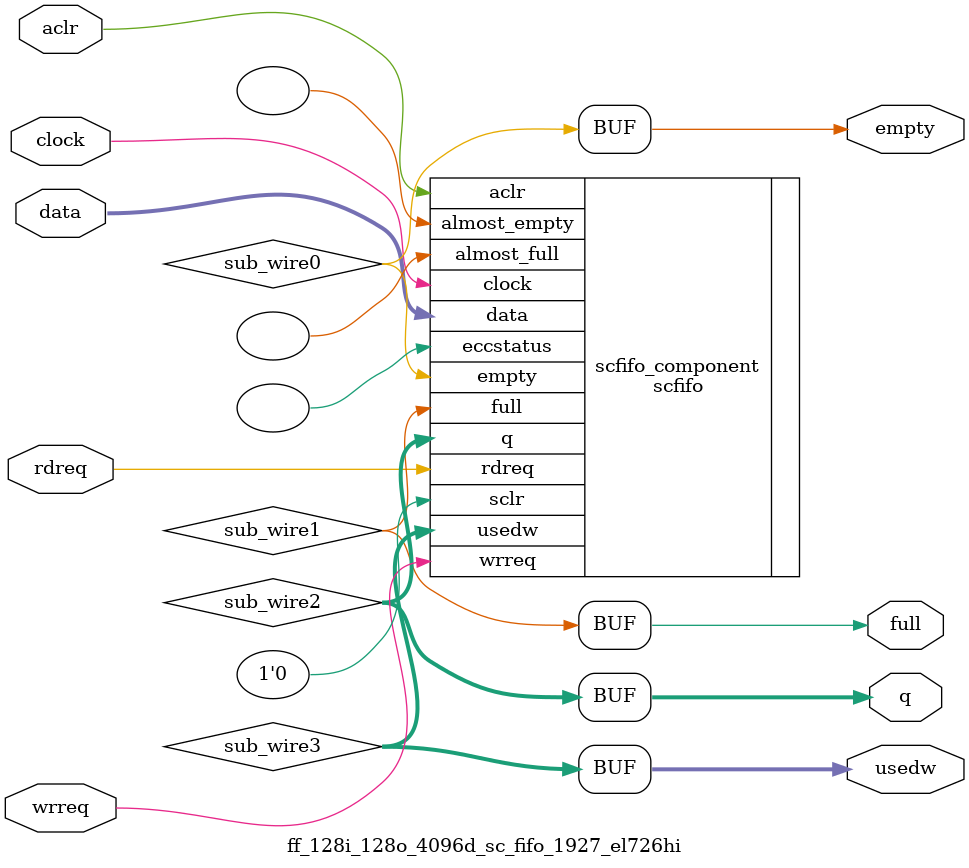
<source format=v>



`timescale 1 ps / 1 ps
// synopsys translate_on
module  ff_128i_128o_4096d_sc_fifo_1927_el726hi  (
    aclr,
    clock,
    data,
    rdreq,
    wrreq,
    empty,
    full,
    q,
    usedw);

    input    aclr;
    input    clock;
    input  [127:0]  data;
    input    rdreq;
    input    wrreq;
    output   empty;
    output   full;
    output [127:0]  q;
    output [11:0]  usedw;

    wire  sub_wire0;
    wire  sub_wire1;
    wire [127:0] sub_wire2;
    wire [11:0] sub_wire3;
    wire  empty = sub_wire0;
    wire  full = sub_wire1;
    wire [127:0] q = sub_wire2[127:0];
    wire [11:0] usedw = sub_wire3[11:0];

    scfifo  scfifo_component (
                .aclr (aclr),
                .clock (clock),
                .data (data),
                .rdreq (rdreq),
                .wrreq (wrreq),
                .empty (sub_wire0),
                .full (sub_wire1),
                .q (sub_wire2),
                .usedw (sub_wire3),
                .almost_empty (),
                .almost_full (),
                .eccstatus (),
                .sclr (1'b0));
    defparam
        scfifo_component.add_ram_output_register  = "ON",
        scfifo_component.enable_ecc  = "FALSE",
        scfifo_component.intended_device_family  = "Agilex 7",
        scfifo_component.lpm_numwords  = 4096,
        scfifo_component.lpm_showahead  = "OFF",
        scfifo_component.lpm_type  = "scfifo",
        scfifo_component.lpm_width  = 128,
        scfifo_component.lpm_widthu  = 12,
        scfifo_component.overflow_checking  = "ON",
        scfifo_component.underflow_checking  = "ON",
        scfifo_component.use_eab  = "ON";


endmodule



</source>
